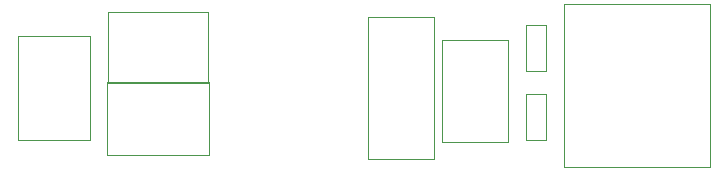
<source format=gbr>
%TF.GenerationSoftware,KiCad,Pcbnew,4.0.7*%
%TF.CreationDate,2017-11-07T18:20:37+08:00*%
%TF.ProjectId,STM32F401CCT6,53544D333246343031434354362E6B69,rev?*%
%TF.FileFunction,Other,User*%
%FSLAX46Y46*%
G04 Gerber Fmt 4.6, Leading zero omitted, Abs format (unit mm)*
G04 Created by KiCad (PCBNEW 4.0.7) date 11/07/17 18:20:37*
%MOMM*%
%LPD*%
G01*
G04 APERTURE LIST*
%ADD10C,0.100000*%
%ADD11C,0.050000*%
G04 APERTURE END LIST*
D10*
D11*
X-34672000Y8102000D02*
X-43322000Y8102000D01*
X-43322000Y8102000D02*
X-43322000Y1952000D01*
X-43322000Y1952000D02*
X-34672000Y1952000D01*
X-34672000Y1952000D02*
X-34672000Y8102000D01*
X-50870000Y11980000D02*
X-50870000Y3180000D01*
X-44770000Y3180000D02*
X-50870000Y3180000D01*
X-44770000Y11980000D02*
X-44770000Y3180000D01*
X-50870000Y11980000D02*
X-44770000Y11980000D01*
X-43230000Y14020000D02*
X-34730000Y14020000D01*
X-34730000Y14020000D02*
X-34730000Y8020000D01*
X-34730000Y8020000D02*
X-43230000Y8020000D01*
X-43230000Y8020000D02*
X-43230000Y14020000D01*
X-4610000Y14700000D02*
X-4610000Y950000D01*
X-4610000Y950000D02*
X7740000Y950000D01*
X7740000Y950000D02*
X7740000Y14700000D01*
X7740000Y14700000D02*
X-4610000Y14700000D01*
X-7840000Y12910000D02*
X-6140000Y12910000D01*
X-6140000Y12910000D02*
X-6140000Y9010000D01*
X-6140000Y9010000D02*
X-7840000Y9010000D01*
X-7840000Y9010000D02*
X-7840000Y12910000D01*
X-7840000Y7070000D02*
X-6140000Y7070000D01*
X-6140000Y7070000D02*
X-6140000Y3170000D01*
X-6140000Y3170000D02*
X-7840000Y3170000D01*
X-7840000Y3170000D02*
X-7840000Y7070000D01*
X-21240000Y1560000D02*
X-15640000Y1560000D01*
X-15640000Y1560000D02*
X-15640000Y13660000D01*
X-15640000Y13660000D02*
X-21240000Y13660000D01*
X-21240000Y13660000D02*
X-21240000Y1560000D01*
X-14960000Y3040000D02*
X-9360000Y3040000D01*
X-9360000Y3040000D02*
X-9360000Y11640000D01*
X-9360000Y11640000D02*
X-14960000Y11640000D01*
X-14960000Y11640000D02*
X-14960000Y3040000D01*
M02*

</source>
